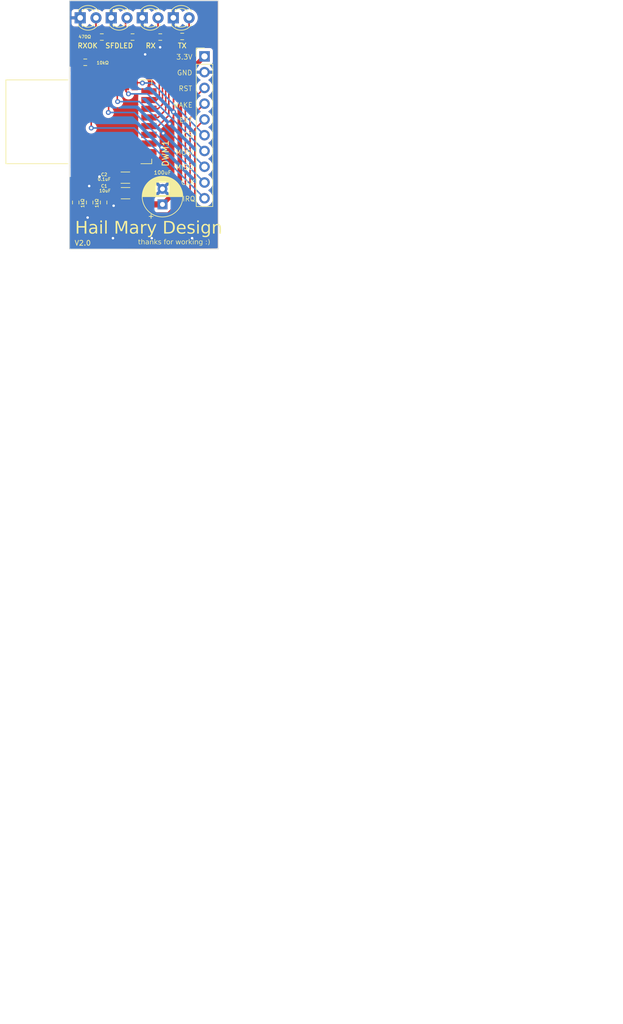
<source format=kicad_pcb>
(kicad_pcb (version 20221018) (generator pcbnew)
  (layers (0 "F.Cu" signal) (31 "B.Cu" signal) (34 "B.Paste" user) (35 "F.Paste" user) (36 "B.SilkS" user "B.Silkscreen") (37 "F.SilkS" user "F.Silkscreen") (38 "B.Mask" user) (39 "F.Mask" user) (44 "Edge.Cuts" user))
  (net 0 "")
  (net 1 "+3.3V")
  (net 2 "GND")
  (net 3 "Net-(D1-A)")
  (net 4 "Net-(D2-A)")
  (net 5 "Net-(D3-A)")
  (net 6 "Net-(D4-A)")
  (net 7 "EXTON")
  (net 8 "WAKEUP")
  (net 9 "RSTn")
  (net 14 "Net-(DWM1-GPIO3{slash}TXLED)")
  (net 15 "Net-(DWM1-GPIO2{slash}RXLED)")
  (net 16 "Net-(DWM1-GPIO1{slash}SFDLED)")
  (net 17 "Net-(DWM1-GPIO0{slash}RXOKLED)")
  (net 18 "Net-(DWM1-SPICSn)")
  (net 19 "Net-(DWM1-SPIMOSI)")
  (net 20 "Net-(DWM1-SPIMISO)")
  (net 21 "Net-(DWM1-SPICLK)")
  (net 22 "Net-(DWM1-IRQ{slash}GPIO8)")
  (net 23 "Net-(J1-Pin_3)")
  (net 24 "Net-(J1-Pin_4)")
  (net 25 "Net-(J1-Pin_5)")
  (footprint "Resistor_SMD:R_0603_1608Metric_Pad0.98x0.95mm_HandSolder" (layer "F.Cu") (at 2.286 10.16 180)
    (fp_text reference "R5" hide)
    (fp_text value "R10k" hide)
    (fp_line (start -0.254724 -0.5225) (end 0.254724 -0.5225) (stroke (width 0.12)) (layer "F.SilkS"))
    (fp_line (start -0.254724 0.5225) (end 0.254724 0.5225) (stroke (width 0.12)) (layer "F.SilkS"))
    (pad "1" smd roundrect (at -0.9125 0 180) (size 0.975 0.95) (layers "F.Cu" "F.Paste" "F.Mask") (net 22 "Net-(DWM1-IRQ{slash}GPIO8)"))
    (pad "2" smd roundrect (at 0.9125 0 180) (size 0.975 0.95) (layers "F.Cu" "F.Paste" "F.Mask") (net 2 "GND"))
  )
  (footprint "LED_THT:LED_D3.0mm" (layer "F.Cu") (at 16.475 3)
    (fp_text reference "D4" hide)
    (fp_text value "TX" (at 1.432 4.493) (layer "F.SilkS") (effects (font (size 0.8 0.8))))
    (fp_line (start -0.29 -1.236) (end -0.29 -1.08) (stroke (width 0.12)) (layer "F.SilkS"))
    (fp_line (start -0.29 1.08) (end -0.29 1.236) (stroke (width 0.12)) (layer "F.SilkS"))
    (fp_arc (start -0.29 -1.235516) (mid 1.366487 -1.987659) (end 2.942335 -1.078608) (stroke (width 0.12)) (layer "F.SilkS"))
    (fp_arc (start 0.229039 -1.08) (mid 1.270117 -1.5) (end 2.31113 -1.079837) (stroke (width 0.12)) (layer "F.SilkS"))
    (fp_arc (start 2.31113 1.079837) (mid 1.270117 1.5) (end 0.229039 1.08) (stroke (width 0.12)) (layer "F.SilkS"))
    (fp_arc (start 2.942335 1.078608) (mid 1.366487 1.987659) (end -0.29 1.235516) (stroke (width 0.12)) (layer "F.SilkS"))
    (pad "1" thru_hole rect (at 0 0) (size 1.8 1.8) (drill 0.9) (layers "*.Cu" "*.Mask") (net 2 "GND"))
    (pad "2" thru_hole circle (at 2.54 0) (size 1.8 1.8) (drill 0.9) (layers "*.Cu" "*.Mask") (net 6 "Net-(D4-A)"))
  )
  (footprint "Capacitor_SMD:C_1206_3216Metric" (layer "F.Cu") (at 8.75 28.75)
    (fp_text reference "C2" (at -3.416 -0.5) (layer "F.SilkS") (effects (font (size 0.5 0.5) (thickness 0.1) bold)))
    (fp_text value "0.1uF" (at -3.416 0.25) (layer "F.SilkS") (effects (font (size 0.5 0.5) (thickness 0.1) bold)))
    (fp_line (start -0.711252 -0.91) (end 0.711252 -0.91) (stroke (width 0.12)) (layer "F.SilkS"))
    (fp_line (start -0.711252 0.91) (end 0.711252 0.91) (stroke (width 0.12)) (layer "F.SilkS"))
    (pad "1" smd roundrect (at -1.475 0) (size 1.15 1.8) (layers "F.Cu" "F.Paste" "F.Mask") (roundrect_rratio 0.2173913043) (net 1 "+3.3V"))
    (pad "2" smd roundrect (at 1.475 0) (size 1.15 1.8) (layers "F.Cu" "F.Paste" "F.Mask") (roundrect_rratio 0.2173913043) (net 2 "GND"))
  )
  (footprint "LED_THT:LED_D3.0mm" (layer "F.Cu") (at 11.475 3)
    (fp_text reference "D3" hide)
    (fp_text value "RX" (at 1.352 4.493) (layer "F.SilkS") (effects (font (size 0.8 0.8))))
    (fp_line (start -0.29 -1.236) (end -0.29 -1.08) (stroke (width 0.12)) (layer "F.SilkS"))
    (fp_line (start -0.29 1.08) (end -0.29 1.236) (stroke (width 0.12)) (layer "F.SilkS"))
    (fp_arc (start -0.29 -1.235516) (mid 1.366487 -1.987659) (end 2.942335 -1.078608) (stroke (width 0.12)) (layer "F.SilkS"))
    (fp_arc (start 0.229039 -1.08) (mid 1.270117 -1.5) (end 2.31113 -1.079837) (stroke (width 0.12)) (layer "F.SilkS"))
    (fp_arc (start 2.31113 1.079837) (mid 1.270117 1.5) (end 0.229039 1.08) (stroke (width 0.12)) (layer "F.SilkS"))
    (fp_arc (start 2.942335 1.078608) (mid 1.366487 1.987659) (end -0.29 1.235516) (stroke (width 0.12)) (layer "F.SilkS"))
    (pad "1" thru_hole rect (at 0 0) (size 1.8 1.8) (drill 0.9) (layers "*.Cu" "*.Mask") (net 2 "GND"))
    (pad "2" thru_hole circle (at 2.54 0) (size 1.8 1.8) (drill 0.9) (layers "*.Cu" "*.Mask") (net 5 "Net-(D3-A)"))
  )
  (footprint "Capacitor_SMD:C_1206_3216Metric" (layer "F.Cu") (at 8.775 31.25)
    (fp_text reference "C1" (at -3.441 -1.151) (layer "F.SilkS") (effects (font (size 0.5 0.5) (thickness 0.1) bold)))
    (fp_text value "10uF" (at -3.314 -0.389) (layer "F.SilkS") (effects (font (size 0.5 0.5) (thickness 0.1) bold)))
    (fp_line (start -0.711252 -0.91) (end 0.711252 -0.91) (stroke (width 0.12)) (layer "F.SilkS"))
    (fp_line (start -0.711252 0.91) (end 0.711252 0.91) (stroke (width 0.12)) (layer "F.SilkS"))
    (pad "1" smd roundrect (at -1.475 0) (size 1.15 1.8) (layers "F.Cu" "F.Paste" "F.Mask") (roundrect_rratio 0.2173913043) (net 1 "+3.3V"))
    (pad "2" smd roundrect (at 1.475 0) (size 1.15 1.8) (layers "F.Cu" "F.Paste" "F.Mask") (roundrect_rratio 0.2173913043) (net 2 "GND"))
  )
  (footprint "Resistor_SMD:R_0603_1608Metric_Pad0.98x0.95mm_HandSolder" (layer "F.Cu") (at 3 32.75 -90)
    (fp_text reference "R7" hide)
    (fp_text value "R1k")
    (fp_line (start -0.254724 -0.5225) (end 0.254724 -0.5225) (stroke (width 0.12)) (layer "F.SilkS"))
    (fp_line (start -0.254724 0.5225) (end 0.254724 0.5225) (stroke (width 0.12)) (layer "F.SilkS"))
    (pad "1" smd roundrect (at -0.9125 0 270) (size 0.975 0.95) (layers "F.Cu" "F.Paste" "F.Mask") (net 8 "WAKEUP"))
    (pad "2" smd roundrect (at 0.9125 0 270) (size 0.975 0.95) (layers "F.Cu" "F.Paste" "F.Mask") (net 24 "Net-(J1-Pin_4)"))
  )
  (footprint "Connector_PinHeader_2.54mm:PinHeader_1x10_P2.54mm_Vertical" (layer "F.Cu") (at 21.5 9.21)
    (fp_text reference "J1" hide)
    (fp_text value "Conn_01x10_Pin" hide)
    (fp_line (start -1.33 -1.33) (end 0 -1.33) (stroke (width 0.12)) (layer "F.SilkS"))
    (fp_line (start -1.33 0) (end -1.33 -1.33) (stroke (width 0.12)) (layer "F.SilkS"))
    (fp_line (start -1.33 1.27) (end -1.33 24.19) (stroke (width 0.12)) (layer "F.SilkS"))
    (fp_line (start -1.33 1.27) (end 1.33 1.27) (stroke (width 0.12)) (layer "F.SilkS"))
    (fp_line (start -1.33 24.19) (end 1.33 24.19) (stroke (width 0.12)) (layer "F.SilkS"))
    (fp_line (start 1.33 1.27) (end 1.33 24.19) (stroke (width 0.12)) (layer "F.SilkS"))
    (pad "1" thru_hole rect (at 0 0) (size 1.7 1.7) (drill 1) (layers "*.Cu" "*.Mask") (net 1 "+3.3V"))
    (pad "2" thru_hole oval (at 0 2.54) (size 1.7 1.7) (drill 1) (layers "*.Cu" "*.Mask") (net 2 "GND"))
    (pad "3" thru_hole oval (at 0 5.08) (size 1.7 1.7) (drill 1) (layers "*.Cu" "*.Mask") (net 23 "Net-(J1-Pin_3)"))
    (pad "4" thru_hole oval (at 0 7.62) (size 1.7 1.7) (drill 1) (layers "*.Cu" "*.Mask") (net 24 "Net-(J1-Pin_4)"))
    (pad "5" thru_hole oval (at 0 10.16) (size 1.7 1.7) (drill 1) (layers "*.Cu" "*.Mask") (net 25 "Net-(J1-Pin_5)"))
    (pad "6" thru_hole oval (at 0 12.7) (size 1.7 1.7) (drill 1) (layers "*.Cu" "*.Mask") (net 18 "Net-(DWM1-SPICSn)"))
    (pad "7" thru_hole oval (at 0 15.24) (size 1.7 1.7) (drill 1) (layers "*.Cu" "*.Mask") (net 19 "Net-(DWM1-SPIMOSI)"))
    (pad "8" thru_hole oval (at 0 17.78) (size 1.7 1.7) (drill 1) (layers "*.Cu" "*.Mask") (net 20 "Net-(DWM1-SPIMISO)"))
    (pad "9" thru_hole oval (at 0 20.32) (size 1.7 1.7) (drill 1) (layers "*.Cu" "*.Mask") (net 21 "Net-(DWM1-SPICLK)"))
    (pad "10" thru_hole oval (at 0 22.86) (size 1.7 1.7) (drill 1) (layers "*.Cu" "*.Mask") (net 22 "Net-(DWM1-IRQ{slash}GPIO8)"))
  )
  (footprint "LED_THT:LED_D3.0mm" (layer "F.Cu") (at 1.475 3)
    (fp_text reference "D1" hide)
    (fp_text value "RXOK" (at 1.192 4.493) (layer "F.SilkS") (effects (font (size 0.8 0.8))))
    (fp_line (start -0.29 -1.236) (end -0.29 -1.08) (stroke (width 0.12)) (layer "F.SilkS"))
    (fp_line (start -0.29 1.08) (end -0.29 1.236) (stroke (width 0.12)) (layer "F.SilkS"))
    (fp_arc (start -0.29 -1.235516) (mid 1.366487 -1.987659) (end 2.942335 -1.078608) (stroke (width 0.12)) (layer "F.SilkS"))
    (fp_arc (start 0.229039 -1.08) (mid 1.270117 -1.5) (end 2.31113 -1.079837) (stroke (width 0.12)) (layer "F.SilkS"))
    (fp_arc (start 2.31113 1.079837) (mid 1.270117 1.5) (end 0.229039 1.08) (stroke (width 0.12)) (layer "F.SilkS"))
    (fp_arc (start 2.942335 1.078608) (mid 1.366487 1.987659) (end -0.29 1.235516) (stroke (width 0.12)) (layer "F.SilkS"))
    (pad "1" thru_hole rect (at 0 0) (size 1.8 1.8) (drill 0.9) (layers "*.Cu" "*.Mask") (net 2 "GND"))
    (pad "2" thru_hole circle (at 2.54 0) (size 1.8 1.8) (drill 0.9) (layers "*.Cu" "*.Mask") (net 3 "Net-(D1-A)"))
  )
  (footprint "Resistor_SMD:R_0603_1608Metric_Pad0.98x0.95mm_HandSolder" (layer "F.Cu") (at 14.3745 6.096 180)
    (fp_text reference "R3" hide)
    (fp_text value "R470" hide)
    (fp_line (start -0.254724 -0.5225) (end 0.254724 -0.5225) (stroke (width 0.12)) (layer "F.SilkS"))
    (fp_line (start -0.254724 0.5225) (end 0.254724 0.5225) (stroke (width 0.12)) (layer "F.SilkS"))
    (pad "1" smd roundrect (at -0.9125 0 180) (size 0.975 0.95) (layers "F.Cu" "F.Paste" "F.Mask") (net 15 "Net-(DWM1-GPIO2{slash}RXLED)"))
    (pad "2" smd roundrect (at 0.9125 0 180) (size 0.975 0.95) (layers "F.Cu" "F.Paste" "F.Mask") (net 5 "Net-(D3-A)"))
  )
  (footprint "Capacitor_THT:CP_Radial_D6.3mm_P2.50mm" (layer "F.Cu") (at 14.732 33.05938 90)
    (fp_text reference "C3" hide)
    (fp_text value "100uF" (at 5.11938 0 180) (layer "F.SilkS") (effects (font (size 0.6 0.6) (thickness 0.1) bold)))
    (fp_line (start -2.250241 -1.839) (end -1.620241 -1.839) (stroke (width 0.12)) (layer "F.SilkS"))
    (fp_line (start -1.935241 -2.154) (end -1.935241 -1.524) (stroke (width 0.12)) (layer "F.SilkS"))
    (fp_line (start 1.25 -3.23) (end 1.25 3.23) (stroke (width 0.12)) (layer "F.SilkS"))
    (fp_line (start 1.29 -3.23) (end 1.29 3.23) (stroke (width 0.12)) (layer "F.SilkS"))
    (fp_line (start 1.33 -3.23) (end 1.33 3.23) (stroke (width 0.12)) (layer "F.SilkS"))
    (fp_line (start 1.37 -3.228) (end 1.37 3.228) (stroke (width 0.12)) (layer "F.SilkS"))
    (fp_line (start 1.41 -3.227) (end 1.41 3.227) (stroke (width 0.12)) (layer "F.SilkS"))
    (fp_line (start 1.45 -3.224) (end 1.45 3.224) (stroke (width 0.12)) (layer "F.SilkS"))
    (fp_line (start 1.49 -3.222) (end 1.49 -1.04) (stroke (width 0.12)) (layer "F.SilkS"))
    (fp_line (start 1.49 1.04) (end 1.49 3.222) (stroke (width 0.12)) (layer "F.SilkS"))
    (fp_line (start 1.53 -3.218) (end 1.53 -1.04) (stroke (width 0.12)) (layer "F.SilkS"))
    (fp_line (start 1.53 1.04) (end 1.53 3.218) (stroke (width 0.12)) (layer "F.SilkS"))
    (fp_line (start 1.57 -3.215) (end 1.57 -1.04) (stroke (width 0.12)) (layer "F.SilkS"))
    (fp_line (start 1.57 1.04) (end 1.57 3.215) (stroke (width 0.12)) (layer "F.SilkS"))
    (fp_line (start 1.61 -3.211) (end 1.61 -1.04) (stroke (width 0.12)) (layer "F.SilkS"))
    (fp_line (start 1.61 1.04) (end 1.61 3.211) (stroke (width 0.12)) (layer "F.SilkS"))
    (fp_line (start 1.65 -3.206) (end 1.65 -1.04) (stroke (width 0.12)) (layer "F.SilkS"))
    (fp_line (start 1.65 1.04) (end 1.65 3.206) (stroke (width 0.12)) (layer "F.SilkS"))
    (fp_line (start 1.69 -3.201) (end 1.69 -1.04) (stroke (width 0.12)) (layer "F.SilkS"))
    (fp_line (start 1.69 1.04) (end 1.69 3.201) (stroke (width 0.12)) (layer "F.SilkS"))
    (fp_line (start 1.73 -3.195) (end 1.73 -1.04) (stroke (width 0.12)) (layer "F.SilkS"))
    (fp_line (start 1.73 1.04) (end 1.73 3.195) (stroke (width 0.12)) (layer "F.SilkS"))
    (fp_line (start 1.77 -3.189) (end 1.77 -1.04) (stroke (width 0.12)) (layer "F.SilkS"))
    (fp_line (start 1.77 1.04) (end 1.77 3.189) (stroke (width 0.12)) (layer "F.SilkS"))
    (fp_line (start 1.81 -3.182) (end 1.81 -1.04) (stroke (width 0.12)) (layer "F.SilkS"))
    (fp_line (start 1.81 1.04) (end 1.81 3.182) (stroke (width 0.12)) (layer "F.SilkS"))
    (fp_line (start 1.85 -3.175) (end 1.85 -1.04) (stroke (width 0.12)) (layer "F.SilkS"))
    (fp_line (start 1.85 1.04) (end 1.85 3.175) (stroke (width 0.12)) (layer "F.SilkS"))
    (fp_line (start 1.89 -3.167) (end 1.89 -1.04) (stroke (width 0.12)) (layer "F.SilkS"))
    (fp_line (start 1.89 1.04) (end 1.89 3.167) (stroke (width 0.12)) (layer "F.SilkS"))
    (fp_line (start 1.93 -3.159) (end 1.93 -1.04) (stroke (width 0.12)) (layer "F.SilkS"))
    (fp_line (start 1.93 1.04) (end 1.93 3.159) (stroke (width 0.12)) (layer "F.SilkS"))
    (fp_line (start 1.971 -3.15) (end 1.971 -1.04) (stroke (width 0.12)) (layer "F.SilkS"))
    (fp_line (start 1.971 1.04) (end 1.971 3.15) (stroke (width 0.12)) (layer "F.SilkS"))
    (fp_line (start 2.011 -3.141) (end 2.011 -1.04) (stroke (width 0.12)) (layer "F.SilkS"))
    (fp_line (start 2.011 1.04) (end 2.011 3.141) (stroke (width 0.12)) (layer "F.SilkS"))
    (fp_line (start 2.051 -3.131) (end 2.051 -1.04) (stroke (width 0.12)) (layer "F.SilkS"))
    (fp_line (start 2.051 1.04) (end 2.051 3.131) (stroke (width 0.12)) (layer "F.SilkS"))
    (fp_line (start 2.091 -3.121) (end 2.091 -1.04) (stroke (width 0.12)) (layer "F.SilkS"))
    (fp_line (start 2.091 1.04) (end 2.091 3.121) (stroke (width 0.12)) (layer "F.SilkS"))
    (fp_line (start 2.131 -3.11) (end 2.131 -1.04) (stroke (width 0.12)) (layer "F.SilkS"))
    (fp_line (start 2.131 1.04) (end 2.131 3.11) (stroke (width 0.12)) (layer "F.SilkS"))
    (fp_line (start 2.171 -3.098) (end 2.171 -1.04) (stroke (width 0.12)) (layer "F.SilkS"))
    (fp_line (start 2.171 1.04) (end 2.171 3.098) (stroke (width 0.12)) (layer "F.SilkS"))
    (fp_line (start 2.211 -3.086) (end 2.211 -1.04) (stroke (width 0.12)) (layer "F.SilkS"))
    (fp_line (start 2.211 1.04) (end 2.211 3.086) (stroke (width 0.12)) (layer "F.SilkS"))
    (fp_line (start 2.251 -3.074) (end 2.251 -1.04) (stroke (width 0.12)) (layer "F.SilkS"))
    (fp_line (start 2.251 1.04) (end 2.251 3.074) (stroke (width 0.12)) (layer "F.SilkS"))
    (fp_line (start 2.291 -3.061) (end 2.291 -1.04) (stroke (width 0.12)) (layer "F.SilkS"))
    (fp_line (start 2.291 1.04) (end 2.291 3.061) (stroke (width 0.12)) (layer "F.SilkS"))
    (fp_line (start 2.331 -3.047) (end 2.331 -1.04) (stroke (width 0.12)) (layer "F.SilkS"))
    (fp_line (start 2.331 1.04) (end 2.331 3.047) (stroke (width 0.12)) (layer "F.SilkS"))
    (fp_line (start 2.371 -3.033) (end 2.371 -1.04) (stroke (width 0.12)) (layer "F.SilkS"))
    (fp_line (start 2.371 1.04) (end 2.371 3.033) (stroke (width 0.12)) (layer "F.SilkS"))
    (fp_line (start 2.411 -3.018) (end 2.411 -1.04) (stroke (width 0.12)) (layer "F.SilkS"))
    (fp_line (start 2.411 1.04) (end 2.411 3.018) (stroke (width 0.12)) (layer "F.SilkS"))
    (fp_line (start 2.451 -3.002) (end 2.451 -1.04) (stroke (width 0.12)) (layer "F.SilkS"))
    (fp_line (start 2.451 1.04) (end 2.451 3.002) (stroke (width 0.12)) (layer "F.SilkS"))
    (fp_line (start 2.491 -2.986) (end 2.491 -1.04) (stroke (width 0.12)) (layer "F.SilkS"))
    (fp_line (start 2.491 1.04) (end 2.491 2.986) (stroke (width 0.12)) (layer "F.SilkS"))
    (fp_line (start 2.531 -2.97) (end 2.531 -1.04) (stroke (width 0.12)) (layer "F.SilkS"))
    (fp_line (start 2.531 1.04) (end 2.531 2.97) (stroke (width 0.12)) (layer "F.SilkS"))
    (fp_line (start 2.571 -2.952) (end 2.571 -1.04) (stroke (width 0.12)) (layer "F.SilkS"))
    (fp_line (start 2.571 1.04) (end 2.571 2.952) (stroke (width 0.12)) (layer "F.SilkS"))
    (fp_line (start 2.611 -2.934) (end 2.611 -1.04) (stroke (width 0.12)) (layer "F.SilkS"))
    (fp_line (start 2.611 1.04) (end 2.611 2.934) (stroke (width 0.12)) (layer "F.SilkS"))
    (fp_line (start 2.651 -2.916) (end 2.651 -1.04) (stroke (width 0.12)) (layer "F.SilkS"))
    (fp_line (start 2.651 1.04) (end 2.651 2.916) (stroke (width 0.12)) (layer "F.SilkS"))
    (fp_line (start 2.691 -2.896) (end 2.691 -1.04) (stroke (width 0.12)) (layer "F.SilkS"))
    (fp_line (start 2.691 1.04) (end 2.691 2.896) (stroke (width 0.12)) (layer "F.SilkS"))
    (fp_line (start 2.731 -2.876) (end 2.731 -1.04) (stroke (width 0.12)) (layer "F.SilkS"))
    (fp_line (start 2.731 1.04) (end 2.731 2.876) (stroke (width 0.12)) (layer "F.SilkS"))
    (fp_line (start 2.771 -2.856) (end 2.771 -1.04) (stroke (width 0.12)) (layer "F.SilkS"))
    (fp_line (start 2.771 1.04) (end 2.771 2.856) (stroke (width 0.12)) (layer "F.SilkS"))
    (fp_line (start 2.811 -2.834) (end 2.811 -1.04) (stroke (width 0.12)) (layer "F.SilkS"))
    (fp_line (start 2.811 1.04) (end 2.811 2.834) (stroke (width 0.12)) (layer "F.SilkS"))
    (fp_line (start 2.851 -2.812) (end 2.851 -1.04) (stroke (width 0.12)) (layer "F.SilkS"))
    (fp_line (start 2.851 1.04) (end 2.851 2.812) (stroke (width 0.12)) (layer "F.SilkS"))
    (fp_line (start 2.891 -2.79) (end 2.891 -1.04) (stroke (width 0.12)) (layer "F.SilkS"))
    (fp_line (start 2.891 1.04) (end 2.891 2.79) (stroke (width 0.12)) (layer "F.SilkS"))
    (fp_line (start 2.931 -2.766) (end 2.931 -1.04) (stroke (width 0.12)) (layer "F.SilkS"))
    (fp_line (start 2.931 1.04) (end 2.931 2.766) (stroke (width 0.12)) (layer "F.SilkS"))
    (fp_line (start 2.971 -2.742) (end 2.971 -1.04) (stroke (width 0.12)) (layer "F.SilkS"))
    (fp_line (start 2.971 1.04) (end 2.971 2.742) (stroke (width 0.12)) (layer "F.SilkS"))
    (fp_line (start 3.011 -2.716) (end 3.011 -1.04) (stroke (width 0.12)) (layer "F.SilkS"))
    (fp_line (start 3.011 1.04) (end 3.011 2.716) (stroke (width 0.12)) (layer "F.SilkS"))
    (fp_line (start 3.051 -2.69) (end 3.051 -1.04) (stroke (width 0.12)) (layer "F.SilkS"))
    (fp_line (start 3.051 1.04) (end 3.051 2.69) (stroke (width 0.12)) (layer "F.SilkS"))
    (fp_line (start 3.091 -2.664) (end 3.091 -1.04) (stroke (width 0.12)) (layer "F.SilkS"))
    (fp_line (start 3.091 1.04) (end 3.091 2.664) (stroke (width 0.12)) (layer "F.SilkS"))
    (fp_line (start 3.131 -2.636) (end 3.131 -1.04) (stroke (width 0.12)) (layer "F.SilkS"))
    (fp_line (start 3.131 1.04) (end 3.131 2.636) (stroke (width 0.12)) (layer "F.SilkS"))
    (fp_line (start 3.171 -2.607) (end 3.171 -1.04) (stroke (width 0.12)) (layer "F.SilkS"))
    (fp_line (start 3.171 1.04) (end 3.171 2.607) (stroke (width 0.12)) (layer "F.SilkS"))
    (fp_line (start 3.211 -2.578) (end 3.211 -1.04) (stroke (width 0.12)) (layer "F.SilkS"))
    (fp_line (start 3.211 1.04) (end 3.211 2.578) (stroke (width 0.12)) (layer "F.SilkS"))
    (fp_line (start 3.251 -2.548) (end 3.251 -1.04) (stroke (width 0.12)) (layer "F.SilkS"))
    (fp_line (start 3.251 1.04) (end 3.251 2.548) (stroke (width 0.12)) (layer "F.SilkS"))
    (fp_line (start 3.291 -2.516) (end 3.291 -1.04) (stroke (width 0.12)) (layer "F.SilkS"))
    (fp_line (start 3.291 1.04) (end 3.291 2.516) (stroke (width 0.12)) (layer "F.SilkS"))
    (fp_line (start 3.331 -2.484) (end 3.331 -1.04) (stroke (width 0.12)) (layer "F.SilkS"))
    (fp_line (start 3.331 1.04) (end 3.331 2.484) (stroke (width 0.12)) (layer "F.SilkS"))
    (fp_line (start 3.371 -2.45) (end 3.371 -1.04) (stroke (width 0.12)) (layer "F.SilkS"))
    (fp_line (start 3.371 1.04) (end 3.371 2.45) (stroke (width 0.12)) (layer "F.SilkS"))
    (fp_line (start 3.411 -2.416) (end 3.411 -1.04) (stroke (width 0.12)) (layer "F.SilkS"))
    (fp_line (start 3.411 1.04) (end 3.411 2.416) (stroke (width 0.12)) (layer "F.SilkS"))
    (fp_line (start 3.451 -2.38) (end 3.451 -1.04) (stroke (width 0.12)) (layer "F.SilkS"))
    (fp_line (start 3.451 1.04) (end 3.451 2.38) (stroke (width 0.12)) (layer "F.SilkS"))
    (fp_line (start 3.491 -2.343) (end 3.491 -1.04) (stroke (width 0.12)) (layer "F.SilkS"))
    (fp_line (start 3.491 1.04) (end 3.491 2.343) (stroke (width 0.12)) (layer "F.SilkS"))
    (fp_line (start 3.531 -2.305) (end 3.531 -1.04) (stroke (width 0.12)) (layer "F.SilkS"))
    (fp_line (start 3.531 1.04) (end 3.531 2.305) (stroke (width 0.12)) (layer "F.SilkS"))
    (fp_line (start 3.571 -2.265) (end 3.571 2.265) (stroke (width 0.12)) (layer "F.SilkS"))
    (fp_line (start 3.611 -2.224) (end 3.611 2.224) (stroke (width 0.12)) (layer "F.SilkS"))
    (fp_line (start 3.651 -2.182) (end 3.651 2.182) (stroke (width 0.12)) (layer "F.SilkS"))
    (fp_line (start 3.691 -2.137) (end 3.691 2.137) (stroke (width 0.12)) (layer "F.SilkS"))
    (fp_line (start 3.731 -2.092) (end 3.731 2.092) (stroke (width 0.12)) (layer "F.SilkS"))
    (fp_line (start 3.771 -2.044) (end 3.771 2.044) (stroke (width 0.12)) (layer "F.SilkS"))
    (fp_line (start 3.811 -1.995) (end 3.811 1.995) (stroke (width 0.12)) (layer "F.SilkS"))
    (fp_line (start 3.851 -1.944) (end 3.851 1.944) (stroke (width 0.12)) (layer "F.SilkS"))
    (fp_line (start 3.891 -1.89) (end 3.891 1.89) (stroke (width 0.12)) (layer "F.SilkS"))
    (fp_line (start 3.931 -1.834) (end 3.931 1.834) (stroke (width 0.12)) (layer "F.SilkS"))
    (fp_line (start 3.971 -1.776) (end 3.971 1.776) (stroke (width 0.12)) (layer "F.SilkS"))
    (fp_line (start 4.011 -1.714) (end 4.011 1.714) (stroke (width 0.12)) (layer "F.SilkS"))
    (fp_line (start 4.051 -1.65) (end 4.051 1.65) (stroke (width 0.12)) (layer "F.SilkS"))
    (fp_line (start 4.091 -1.581) (end 4.091 1.581) (stroke (width 0.12)) (layer "F.SilkS"))
    (fp_line (start 4.131 -1.509) (end 4.131 1.509) (stroke (width 0.12)) (layer "F.SilkS"))
    (fp_line (start 4.171 -1.432) (end 4.171 1.432) (stroke (width 0.12)) (layer "F.SilkS"))
    (fp_line (start 4.211 -1.35) (end 4.211 1.35) (stroke (width 0.12)) (layer "F.SilkS"))
    (fp_line (start 4.251 -1.262) (end 4.251 1.262) (stroke (width 0.12)) (layer "F.SilkS"))
    (fp_line (start 4.291 -1.165) (end 4.291 1.165) (stroke (width 0.12)) (layer "F.SilkS"))
    (fp_line (start 4.331 -1.059) (end 4.331 1.059) (stroke (width 0.12)) (layer "F.SilkS"))
    (fp_line (start 4.371 -0.94) (end 4.371 0.94) (stroke (width 0.12)) (layer "F.SilkS"))
    (fp_line (start 4.411 -0.802) (end 4.411 0.802) (stroke (width 0.12)) (layer "F.SilkS"))
    (fp_line (start 4.451 -0.633) (end 4.451 0.633) (stroke (width 0.12)) (layer "F.SilkS"))
    (fp_line (start 4.491 -0.402) (end 4.491 0.402) (stroke (width 0.12)) (layer "F.SilkS"))
    (fp_circle (center 1.25 0) (end 4.52 0) (stroke (width 0.12)) (fill none) (layer "F.SilkS"))
    (pad "1" thru_hole rect (at 0 0 90) (size 1.6 1.6) (drill 0.8) (layers "*.Cu" "*.Mask") (net 1 "+3.3V"))
    (pad "2" thru_hole circle (at 2.5 0 90) (size 1.6 1.6) (drill 0.8) (layers "*.Cu" "*.Mask") (net 2 "GND"))
  )
  (footprint "RF_Module:DWM1000" (layer "F.Cu") (at 1.25 19.75 90)
    (fp_text reference "DWM1" (at -5.08 13.97 90) (layer "F.SilkS"))
    (fp_text value "DWM1000")
    (fp_line (start -6.75 -11.75) (end -6.75 -1.75) (stroke (width 0.12)) (layer "F.SilkS"))
    (fp_line (start -6.75 -11.75) (end 6.75 -11.75) (stroke (width 0.12)) (layer "F.SilkS"))
    (fp_line (start -6.75 11.75) (end -6.75 10) (stroke (width 0.12)) (layer "F.SilkS"))
    (fp_line (start -6 11.75) (end -6.75 11.75) (stroke (width 0.12)) (layer "F.SilkS"))
    (fp_line (start 6 11.75) (end 6.75 11.75) (stroke (width 0.12)) (layer "F.SilkS"))
    (fp_line (start 6.75 -11.75) (end 6.75 -1.75) (stroke (width 0.12)) (layer "F.SilkS"))
    (fp_line (start 6.75 11.75) (end 6.75 10) (stroke (width 0.12)) (layer "F.SilkS"))
    (pad "1" smd rect (at -6.3 -0.7988 180) (size 1 2.45) (layers "F.Cu" "F.Paste" "F.Mask") (net 7 "EXTON"))
    (pad "2" smd rect (at -6.3 0.6012 180) (size 1 2.45) (layers "F.Cu" "F.Paste" "F.Mask") (net 8 "WAKEUP"))
    (pad "3" smd rect (at -6.3 2.0012 180) (size 1 2.45) (layers "F.Cu" "F.Paste" "F.Mask") (net 9 "RSTn"))
    (pad "4" smd rect (at -6.3 3.4012 180) (size 1 2.45) (layers "F.Cu" "F.Paste" "F.Mask"))
    (pad "5" smd rect (at -6.3 4.8012 180) (size 1 2.45) (layers "F.Cu" "F.Paste" "F.Mask") (net 1 "+3.3V"))
    (pad "6" smd rect (at -6.3 6.2012 180) (size 1 2.45) (layers "F.Cu" "F.Paste" "F.Mask") (net 1 "+3.3V"))
    (pad "7" smd rect (at -6.3 7.6012 180) (size 1 2.45) (layers "F.Cu" "F.Paste" "F.Mask") (net 1 "+3.3V"))
    (pad "8" smd rect (at -6.3 9.0012 180) (size 1 2.45) (layers "F.Cu" "F.Paste" "F.Mask") (net 2 "GND"))
    (pad "9" smd rect (at -4.9 11.2962 90) (size 1 2.45) (layers "F.Cu" "F.Paste" "F.Mask"))
    (pad "10" smd rect (at -3.5 11.2962 90) (size 1 2.45) (layers "F.Cu" "F.Paste" "F.Mask"))
    (pad "11" smd rect (at -2.1 11.2962 90) (size 1 2.45) (layers "F.Cu" "F.Paste" "F.Mask"))
    (pad "12" smd rect (at -0.7 11.2962 90) (size 1 2.45) (layers "F.Cu" "F.Paste" "F.Mask") (net 14 "Net-(DWM1-GPIO3{slash}TXLED)"))
    (pad "13" smd rect (at 0.7 11.2962 90) (size 1 2.45) (layers "F.Cu" "F.Paste" "F.Mask") (net 15 "Net-(DWM1-GPIO2{slash}RXLED)"))
    (pad "14" smd rect (at 2.1 11.2962 90) (size 1 2.45) (layers "F.Cu" "F.Paste" "F.Mask") (net 16 "Net-(DWM1-GPIO1{slash}SFDLED)"))
    (pad "15" smd rect (at 3.5 11.2962 90) (size 1 2.45) (layers "F.Cu" "F.Paste" "F.Mask") (net 17 "Net-(DWM1-GPIO0{slash}RXOKLED)"))
    (pad "16" smd rect (at 4.9 11.2962 90) (size 1 2.45) (layers "F.Cu" "F.Paste" "F.Mask") (net 2 "GND"))
    (pad "17" smd rect (at 6.3 9 180) (size 1 2.45) (layers "F.Cu" "F.Paste" "F.Mask") (net 18 "Net-(DWM1-SPICSn)"))
    (pad "18" smd rect (at 6.3 7.6 180) (size 1 2.45) (layers "F.Cu" "F.Paste" "F.Mask") (net 19 "Net-(DWM1-SPIMOSI)"))
    (pad "19" smd rect (at 6.3 6.2012 180) (size 1 2.45) (layers "F.Cu" "F.Paste" "F.Mask") (net 20 "Net-(DWM1-SPIMISO)"))
    (pad "20" smd rect (at 6.3 4.8012 180) (size 1 2.45) (layers "F.Cu" "F.Paste" "F.Mask") (net 21 "Net-(DWM1-SPICLK)"))
    (pad "21" smd rect (at 6.3 3.4012 180) (size 1 2.45) (layers "F.Cu" "F.Paste" "F.Mask") (net 2 "GND"))
    (pad "22" smd rect (at 6.3 2.0012 180) (size 1 2.45) (layers "F.Cu" "F.Paste" "F.Mask") (net 22 "Net-(DWM1-IRQ{slash}GPIO8)"))
    (pad "23" smd rect (at 6.3 0.6012 180) (size 1 2.45) (layers "F.Cu" "F.Paste" "F.Mask") (net 2 "GND"))
    (pad "24" smd rect (at 6.3 -0.7988 180) (size 1 2.45) (layers "F.Cu" "F.Paste" "F.Mask") (net 2 "GND"))
    (zone (net 0) (net_name "") (layers "*.Cu") (connect_pads (clearance 0)) (min_thickness 0.254)
      (keepout (tracks not_allowed) (vias not_allowed) (pads not_allowed) (copperpour not_allowed) (footprints not_allowed))
      (fill (thermal_gap 0.508) (thermal_bridge_width 0.508))
      (polygon (pts (xy -0.07 28.64) (xy -0.07 10.86) (xy -11.45 10.86) (xy -11.45 28.64)))
    )
  )
  (footprint "LED_THT:LED_D3.0mm" (layer "F.Cu") (at 6.475 3)
    (fp_text reference "D2" hide)
    (fp_text value "SFDLED" (at 1.272 4.493) (layer "F.SilkS") (effects (font (size 0.8 0.8))))
    (fp_line (start -0.29 -1.236) (end -0.29 -1.08) (stroke (width 0.12)) (layer "F.SilkS"))
    (fp_line (start -0.29 1.08) (end -0.29 1.236) (stroke (width 0.12)) (layer "F.SilkS"))
    (fp_arc (start -0.29 -1.235516) (mid 1.366487 -1.987659) (end 2.942335 -1.078608) (stroke (width 0.12)) (layer "F.SilkS"))
    (fp_arc (start 0.229039 -1.08) (mid 1.270117 -1.5) (end 2.31113 -1.079837) (stroke (width 0.12)) (layer "F.SilkS"))
    (fp_arc (start 2.31113 1.079837) (mid 1.270117 1.5) (end 0.229039 1.08) (stroke (width 0.12)) (layer "F.SilkS"))
    (fp_arc (start 2.942335 1.078608) (mid 1.366487 1.987659) (end -0.29 1.235516) (stroke (width 0.12)) (layer "F.SilkS"))
    (pad "1" thru_hole rect (at 0 0) (size 1.8 1.8) (drill 0.9) (layers "*.Cu" "*.Mask") (net 2 "GND"))
    (pad "2" thru_hole circle (at 2.54 0) (size 1.8 1.8) (drill 0.9) (layers "*.Cu" "*.Mask") (net 4 "Net-(D2-A)"))
  )
  (footprint "Resistor_SMD:R_0603_1608Metric_Pad0.98x0.95mm_HandSolder" (layer "F.Cu") (at 9.906 6.096 180)
    (fp_text reference "R2" hide)
    (fp_text value "R470" hide)
    (fp_line (start -0.254724 -0.5225) (end 0.254724 -0.5225) (stroke (width 0.12)) (layer "F.SilkS"))
    (fp_line (start -0.254724 0.5225) (end 0.254724 0.5225) (stroke (width 0.12)) (layer "F.SilkS"))
    (pad "1" smd roundrect (at -0.9125 0 180) (size 0.975 0.95) (layers "F.Cu" "F.Paste" "F.Mask") (net 16 "Net-(DWM1-GPIO1{slash}SFDLED)"))
    (pad "2" smd roundrect (at 0.9125 0 180) (size 0.975 0.95) (layers "F.Cu" "F.Paste" "F.Mask") (net 4 "Net-(D2-A)"))
  )
  (footprint "Resistor_SMD:R_0603_1608Metric_Pad0.98x0.95mm_HandSolder" (layer "F.Cu") (at 17.907 6)
    (fp_text reference "R4" hide)
    (fp_text value "R470" hide)
    (fp_line (start -0.254724 -0.5225) (end 0.254724 -0.5225) (stroke (width 0.12)) (layer "F.SilkS"))
    (fp_line (start -0.254724 0.5225) (end 0.254724 0.5225) (stroke (width 0.12)) (layer "F.SilkS"))
    (pad "1" smd roundrect (at -0.9125 0) (size 0.975 0.95) (layers "F.Cu" "F.Paste" "F.Mask") (net 14 "Net-(DWM1-GPIO3{slash}TXLED)"))
    (pad "2" smd roundrect (at 0.9125 0) (size 0.975 0.95) (layers "F.Cu" "F.Paste" "F.Mask") (net 6 "Net-(D4-A)"))
  )
  (footprint "Resistor_SMD:R_0603_1608Metric_Pad0.98x0.95mm_HandSolder" (layer "F.Cu") (at 4.953 6.096 180)
    (fp_text reference "R1" hide)
    (fp_text value "R470" hide)
    (fp_line (start -0.254724 -0.5225) (end 0.254724 -0.5225) (stroke (width 0.12)) (layer "F.SilkS"))
    (fp_line (start -0.254724 0.5225) (end 0.254724 0.5225) (stroke (width 0.12)) (layer "F.SilkS"))
    (pad "1" smd roundrect (at -0.9125 0 180) (size 0.975 0.95) (layers "F.Cu" "F.Paste" "F.Mask") (net 17 "Net-(DWM1-GPIO0{slash}RXOKLED)"))
    (pad "2" smd roundrect (at 0.9125 0 180) (size 0.975 0.95) (layers "F.Cu" "F.Paste" "F.Mask") (net 3 "Net-(D1-A)"))
  )
  (footprint "Resistor_SMD:R_0603_1608Metric_Pad0.98x0.95mm_HandSolder" (layer "F.Cu") (at 0.75 32.75 -90)
    (fp_text reference "R6" hide)
    (fp_text value "R1k" hide)
    (fp_line (start -0.254724 -0.5225) (end 0.254724 -0.5225) (stroke (width 0.12)) (layer "F.SilkS"))
    (fp_line (start -0.254724 0.5225) (end 0.254724 0.5225) (stroke (width 0.12)) (layer "F.SilkS"))
    (pad "1" smd roundrect (at -0.9125 0 270) (size 0.975 0.95) (layers "F.Cu" "F.Paste" "F.Mask") (net 7 "EXTON"))
    (pad "2" smd roundrect (at 0.9125 0 270) (size 0.975 0.95) (layers "F.Cu" "F.Paste" "F.Mask") (net 25 "Net-(J1-Pin_5)"))
  )
  (footprint "Resistor_SMD:R_0603_1608Metric_Pad0.98x0.95mm_HandSolder" (layer "F.Cu") (at 5.25 32.75 -90)
    (fp_text reference "R8" hide)
    (fp_text value "R1k")
    (fp_line (start -0.254724 -0.5225) (end 0.254724 -0.5225) (stroke (width 0.12)) (layer "F.SilkS"))
    (fp_line (start -0.254724 0.5225) (end 0.254724 0.5225) (stroke (width 0.12)) (layer "F.SilkS"))
    (pad "1" smd roundrect (at -0.9125 0 270) (size 0.975 0.95) (layers "F.Cu" "F.Paste" "F.Mask") (net 9 "RSTn"))
    (pad "2" smd roundrect (at 0.9125 0 270) (size 0.975 0.95) (layers "F.Cu" "F.Paste" "F.Mask") (net 23 "Net-(J1-Pin_3)"))
  )
  (gr_rect (start -0.25 0.25) (end 23.71 40.25) (stroke (width 0.1)) (fill none) (layer "Edge.Cuts"))
  (gr_rect (start 88.9 165.1) (end 88.9 165.1) (stroke (width 0.1)) (fill none) (layer "Edge.Cuts"))
  (gr_text "1kΩ" (at 2.159 33.655 90) (layer "F.SilkS") (effects (font (size 0.5 0.5) (thickness 0.1) bold) (justify left bottom)))
  (gr_text "Hail Mary Design\n" (at 0.635 38.1) (layer "F.SilkS") (effects (font (size 2 2) (thickness 0.3)) (justify left bottom)))
  (gr_text "RST" (at 17.272 14.859) (layer "F.SilkS") (effects (font (size 0.8 0.8) (thickness 0.1)) (justify left bottom)))
  (gr_text "WAKE" (at 16.383 17.526) (layer "F.SilkS") (effects (font (size 0.8 0.8) (thickness 0.1)) (justify left bottom)))
  (gr_text "V2.0" (at 0.508 39.751) (layer "F.SilkS") (effects (font (size 0.8 0.8) (thickness 0.12)) (justify left bottom)))
  (gr_text "GND" (at 17.018 12.319) (layer "F.SilkS") (effects (font (size 0.8 0.8) (thickness 0.1)) (justify left bottom)))
  (gr_text "470Ω" (at 1.143 6.35) (layer "F.SilkS") (effects (font (size 0.5 0.5) (thickness 0.1) bold) (justify left bottom)))
  (gr_text "10kΩ" (at 4.064 10.541) (layer "F.SilkS") (effects (font (size 0.5 0.5) (thickness 0.1) bold) (justify left bottom)))
  (gr_text "CS" (at 18.034 22.352) (layer "F.SilkS") (effects (font (size 0.8 0.8) (thickness 0.1)) (justify left bottom)))
  (gr_text "1kΩ" (at 4.445 33.655 90) (layer "F.SilkS") (effects (font (size 0.5 0.5) (thickness 0.1) bold) (justify left bottom)))
  (gr_text "CLK" (at 17.653 29.972) (layer "F.SilkS") (effects (font (size 0.8 0.8) (thickness 0.1)) (justify left bottom)))
  (gr_text "MISO" (at 16.764 27.559) (layer "F.SilkS") (effects (font (size 0.8 0.8) (thickness 0.1)) (justify left bottom)))
  (gr_text "thanks for working :)" (at 10.795 39.624) (layer "F.SilkS") (effects (font (size 0.8 0.8) (thickness 0.12)) (justify left bottom)))
  (gr_text "EXT" (at 17.399 19.939) (layer "F.SilkS") (effects (font (size 0.8 0.8) (thickness 0.1)) (justify left bottom)))
  (gr_text "MOSI" (at 16.764 25.146) (layer "F.SilkS") (effects (font (size 0.8 0.8) (thickness 0.1)) (justify left bottom)))
  (gr_text "IRQ" (at 17.907 32.639) (layer "F.SilkS") (effects (font (size 0.8 0.8) (thickness 0.1)) (justify left bottom)))
  (gr_text "3.3V" (at 16.891 9.779) (layer "F.SilkS") (effects (font (size 0.8 0.8) (thickness 0.1)) (justify left bottom)))
  (segment (start 7.275 28.75) (end 7.275 31.225) (width 1) (layer "F.Cu") (net 1))
  (segment (start 7.4512 26.05) (end 7.4512 28.5738) (width 1) (layer "F.Cu") (net 1))
  (segment (start 6.0512 26.05) (end 7.4512 26.05) (width 1) (layer "F.Cu") (net 1))
  (segment (start 7.275 31.225) (end 7.3 31.25) (width 1) (layer "F.Cu") (net 1))
  (segment (start 7.3 31.25) (end 9.10938 33.05938) (width 1) (layer "F.Cu") (net 1))
  (segment (start 17.526 30.26538) (end 14.732 33.05938) (width 0.75) (layer "F.Cu") (net 1))
  (segment (start 8.8512 26.05) (end 7.4512 26.05) (width 1) (layer "F.Cu") (net 1))
  (segment (start 17.526 13.184) (end 17.526 30.26538) (width 0.75) (layer "F.Cu") (net 1))
  (segment (start 9.10938 33.05938) (end 14.732 33.05938) (width 1) (layer "F.Cu") (net 1))
  (segment (start 7.4512 28.5738) (end 7.275 28.75) (width 1) (layer "F.Cu") (net 1))
  (segment (start 21.5 9.21) (end 17.526 13.184) (width 0.75) (layer "F.Cu") (net 1))
  (segment (start 2.085 13.2162) (end 1.8512 13.45) (width 0.25) (layer "F.Cu") (net 2))
  (via (at 14.351 7.747) (size 0.8) (drill 0.4) (layers "F.Cu" "B.Cu") (net 2))
  (via (at 14.859 21.59) (size 0.8) (drill 0.4) (layers "F.Cu" "B.Cu") (net 2))
  (via (at 19.5 38.5) (size 0.8) (drill 0.4) (layers "F.Cu" "B.Cu") (net 2))
  (via (at 2.921 30.099) (size 0.8) (drill 0.4) (layers "F.Cu" "B.Cu") (net 2))
  (via (at 15.875 20.066) (size 0.8) (drill 0.4) (layers "F.Cu" "B.Cu") (net 2))
  (via (at 6.858 33.274) (size 0.8) (drill 0.4) (layers "F.Cu" "B.Cu") (net 2))
  (via (at 14.605 23.876) (size 0.8) (drill 0.4) (layers "F.Cu" "B.Cu") (net 2))
  (via (at 13 38.5) (size 0.8) (drill 0.4) (layers "F.Cu" "B.Cu") (net 2))
  (via (at 2.667 35.179) (size 0.8) (drill 0.4) (layers "F.Cu" "B.Cu") (net 2))
  (via (at 16.51 18.161) (size 0.8) (drill 0.4) (layers "F.Cu" "B.Cu") (net 2))
  (via (at 11.938 8.89) (size 0.8) (drill 0.4) (layers "F.Cu" "B.Cu") (net 2))
  (via (at 4.572 28.575) (size 0.8) (drill 0.4) (layers "F.Cu" "B.Cu") (net 2))
  (via (at 6.75 38.5) (size 0.8) (drill 0.4) (layers "F.Cu" "B.Cu") (net 2))
  (segment (start 4.015 3) (end 4.015 5.93) (width 0.25) (layer "F.Cu") (net 3))
  (segment (start 4.015 5.93) (end 4.085 6) (width 0.25) (layer "F.Cu") (net 3))
  (segment (start 8.775 3.24) (end 8.775 6) (width 0.25) (layer "F.Cu") (net 4))
  (segment (start 9.015 3) (end 8.775 3.24) (width 0.25) (layer "F.Cu") (net 4))
  (segment (start 14.015 5.416) (end 13.462 5.969) (width 0.25) (layer "F.Cu") (net 5))
  (segment (start 14.015 3) (end 14.015 5.416) (width 0.25) (layer "F.Cu") (net 5))
  (segment (start 19.015 5.945) (end 19.07 6) (width 0.25) (layer "F.Cu") (net 6))
  (segment (start 18.43 6) (end 18.43 6.07) (width 0.25) (layer "F.Cu") (net 6))
  (segment (start 19.015 3) (end 19.015 5.945) (width 0.25) (layer "F.Cu") (net 6))
  (segment (start 0.75 31.8375) (end 0.75 26.3488) (width 0.25) (layer "F.Cu") (net 7))
  (segment (start 0.75 26.3488) (end 0.4512 26.05) (width 0.25) (layer "F.Cu") (net 7))
  (segment (start 2.525 31.8375) (end 3 31.8375) (width 0.25) (layer "F.Cu") (net 8))
  (segment (start 1.8512 31.1637) (end 2.525 31.8375) (width 0.25) (layer "F.Cu") (net 8))
  (segment (start 1.8512 26.05) (end 1.8512 31.1637) (width 0.25) (layer "F.Cu") (net 8))
  (segment (start 3.2512 26.05) (end 3.2512 29.026505) (width 0.25) (layer "F.Cu") (net 9))
  (segment (start 5.25 31.025305) (end 5.25 31.8375) (width 0.25) (layer "F.Cu") (net 9))
  (segment (start 3.2512 29.026505) (end 5.25 31.025305) (width 0.25) (layer "F.Cu") (net 9))
  (segment (start 14.0212 20.45) (end 15.748 18.7232) (width 0.25) (layer "F.Cu") (net 14))
  (segment (start 12.5462 20.45) (end 14.0212 20.45) (width 0.25) (layer "F.Cu") (net 14))
  (segment (start 15.748 18.7232) (end 15.748 7.2465) (width 0.25) (layer "F.Cu") (net 14))
  (segment (start 15.748 7.2465) (end 16.9945 6) (width 0.25) (layer "F.Cu") (net 14))
  (segment (start 15.287 5.969) (end 15.24 6.016) (width 0.25) (layer "F.Cu") (net 15))
  (segment (start 15.24 17.8312) (end 14.0212 19.05) (width 0.25) (layer "F.Cu") (net 15))
  (segment (start 14.0212 19.05) (end 12.5462 19.05) (width 0.25) (layer "F.Cu") (net 15))
  (segment (start 15.24 6.016) (end 15.24 17.8312) (width 0.25) (layer "F.Cu") (net 15))
  (segment (start 14.0212 17.65) (end 12.5462 17.65) (width 0.25) (layer "F.Cu") (net 16))
  (segment (start 14.732 16.9392) (end 14.0212 17.65) (width 0.25) (layer "F.Cu") (net 16))
  (segment (start 14.732 9.8825) (end 14.732 16.9392) (width 0.25) (layer "F.Cu") (net 16))
  (segment (start 10.8185 5.969) (end 14.732 9.8825) (width 0.25) (layer "F.Cu") (net 16))
  (segment (start 14.224 15.776) (end 13.75 16.25) (width 0.25) (layer "F.Cu") (net 17))
  (segment (start 14.224 13.224) (end 14.224 15.776) (width 0.25) (layer "F.Cu") (net 17))
  (segment (start 5.8655 6) (end 7 6) (width 0.25) (layer "F.Cu") (net 17))
  (segment (start 13.75 16.25) (end 12.5462 16.25) (width 0.25) (layer "F.Cu") (net 17))
  (segment (start 7 6) (end 14.224 13.224) (width 0.25) (layer "F.Cu") (net 17))
  (segment (start 11.45 13.45) (end 11.5 13.5) (width 0.25) (layer "F.Cu") (net 18))
  (segment (start 10.25 13.45) (end 11.45 13.45) (width 0.25) (layer "F.Cu") (net 18))
  (via (at 11.5 13.5) (size 0.8) (drill 0.4) (layers "F.Cu" "B.Cu") (net 18))
  (segment (start 13.09 13.5) (end 21.5 21.91) (width 0.25) (layer "B.Cu") (net 18))
  (segment (start 11.5 13.5) (end 13.09 13.5) (width 0.25) (layer "B.Cu") (net 18))
  (segment (start 8.85 13.45) (end 8.85 14.85) (width 0.25) (layer "F.Cu") (net 19))
  (segment (start 8.85 14.85) (end 9.25 15.25) (width 0.25) (layer "F.Cu") (net 19))
  (via (at 9.25 15.25) (size 0.8) (drill 0.4) (layers "F.Cu" "B.Cu") (net 19))
  (segment (start 12.3 15.25) (end 21.5 24.45) (width 0.25) (layer "B.Cu") (net 19))
  (segment (start 9.25 15.25) (end 12.3 15.25) (width 0.25) (layer "B.Cu") (net 19))
  (segment (start 7.4512 13.45) (end 7.4512 16.4512) (width 0.25) (layer "F.Cu") (net 20))
  (segment (start 7.4512 16.4512) (end 7.5 16.5) (width 0.25) (layer "F.Cu") (net 20))
  (via (at 7.5 16.5) (size 0.8) (drill 0.4) (layers "F.Cu" "B.Cu") (net 20))
  (segment (start 7.5 16.5) (end 11.01 16.5) (width 0.25) (layer "B.Cu") (net 20))
  (segment (start 11.01 16.5) (end 21.5 26.99) (width 0.25) (layer "B.Cu") (net 20))
  (segment (start 6.0512 13.45) (end 6.0512 18.1988) (width 0.25) (layer "F.Cu") (net 21))
  (segment (start 6.0512 18.1988) (end 6 18.25) (width 0.25) (layer "F.Cu") (net 21))
  (via (at 6 18.25) (size 0.8) (drill 0.4) (layers "F.Cu" "B.Cu") (net 21))
  (segment (start 6 18.25) (end 10.22 18.25) (width 0.25) (layer "B.Cu") (net 21))
  (segment (start 10.22 18.25) (end 21.5 29.53) (width 0.25) (layer "B.Cu") (net 21))
  (segment (start 3.1985 10.16) (end 3.1985 13.3973) (width 0.25) (layer "F.Cu") (net 22))
  (segment (start 3.2512 13.45) (end 3.2512 20.7488) (width 0.25) (layer "F.Cu") (net 22))
  (segment (start 3.2512 20.7488) (end 3.25 20.75) (width 0.25) (layer "F.Cu") (net 22))
  (segment (start 3.1985 13.3973) (end 3.2512 13.45) (width 0.25) (layer "F.Cu") (net 22))
  (via (at 3.25 20.75) (size 0.8) (drill 0.4) (layers "F.Cu" "B.Cu") (net 22))
  (segment (start 10.18 20.75) (end 21.5 32.07) (width 0.25) (layer "B.Cu") (net 22))
  (segment (start 3.25 20.75) (end 10.18 20.75) (width 0.25) (layer "B.Cu") (net 22))
  (segment (start 5.25 33.6625) (end 5.6625 33.6625) (width 0.25) (layer "F.Cu") (net 23))
  (segment (start 15.59438 34.447) (end 18.415 31.62638) (width 0.25) (layer "F.Cu") (net 23))
  (segment (start 5.6625 33.6625) (end 6.447 34.447) (width 0.25) (layer "F.Cu") (net 23))
  (segment (start 18.415 31.62638) (end 18.415 17.375) (width 0.25) (layer "F.Cu") (net 23))
  (segment (start 18.415 17.375) (end 21.5 14.29) (width 0.25) (layer "F.Cu") (net 23))
  (segment (start 6.447 34.447) (end 15.59438 34.447) (width 0.25) (layer "F.Cu") (net 23))
  (segment (start 3 33.6625) (end 4.8375 35.5) (width 0.25) (layer "F.Cu") (net 24))
  (segment (start 19.177 31.877) (end 19.177 19.153) (width 0.25) (layer "F.Cu") (net 24))
  (segment (start 19.177 19.153) (end 21.5 16.83) (width 0.25) (layer "F.Cu") (net 24))
  (segment (start 15.554 35.5) (end 19.177 31.877) (width 0.25) (layer "F.Cu") (net 24))
  (segment (start 4.8375 35.5) (end 15.554 35.5) (width 0.25) (layer "F.Cu") (net 24))
  (segment (start 2.083 36.5) (end 15.697 36.5) (width 0.25) (layer "F.Cu") (net 25))
  (segment (start 0.75 35.167) (end 2.083 36.5) (width 0.25) (layer "F.Cu") (net 25))
  (segment (start 15.697 36.5) (end 19.939 32.258) (width 0.25) (layer "F.Cu") (net 25))
  (segment (start 0.75 33.6625) (end 0.75 35.167) (width 0.25) (layer "F.Cu") (net 25))
  (segment (start 19.939 20.931) (end 21.5 19.37) (width 0.25) (layer "F.Cu") (net 25))
  (segment (start 19.939 32.258) (end 19.939 20.931) (width 0.25) (layer "F.Cu") (net 25))
  (zone (net 2) (net_name "GND") (layers "F&B.Cu") (connect_pads (clearance 0.5)) (min_thickness 0.25) (fill yes (thermal_gap 0.5) (thermal_bridge_width 0.5))
    (polygon (pts (xy -0.254 40.259) (xy -0.254 0.127) (xy 23.622 0.254) (xy 23.622 40.132)))
  )
)
</source>
